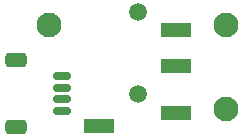
<source format=gbr>
%TF.GenerationSoftware,KiCad,Pcbnew,(6.0.5-0)*%
%TF.CreationDate,2022-07-05T23:04:03-07:00*%
%TF.ProjectId,trrs,74727273-2e6b-4696-9361-645f70636258,rev?*%
%TF.SameCoordinates,Original*%
%TF.FileFunction,Soldermask,Top*%
%TF.FilePolarity,Negative*%
%FSLAX46Y46*%
G04 Gerber Fmt 4.6, Leading zero omitted, Abs format (unit mm)*
G04 Created by KiCad (PCBNEW (6.0.5-0)) date 2022-07-05 23:04:03*
%MOMM*%
%LPD*%
G01*
G04 APERTURE LIST*
G04 Aperture macros list*
%AMRoundRect*
0 Rectangle with rounded corners*
0 $1 Rounding radius*
0 $2 $3 $4 $5 $6 $7 $8 $9 X,Y pos of 4 corners*
0 Add a 4 corners polygon primitive as box body*
4,1,4,$2,$3,$4,$5,$6,$7,$8,$9,$2,$3,0*
0 Add four circle primitives for the rounded corners*
1,1,$1+$1,$2,$3*
1,1,$1+$1,$4,$5*
1,1,$1+$1,$6,$7*
1,1,$1+$1,$8,$9*
0 Add four rect primitives between the rounded corners*
20,1,$1+$1,$2,$3,$4,$5,0*
20,1,$1+$1,$4,$5,$6,$7,0*
20,1,$1+$1,$6,$7,$8,$9,0*
20,1,$1+$1,$8,$9,$2,$3,0*%
G04 Aperture macros list end*
%ADD10RoundRect,0.150000X-0.625000X0.150000X-0.625000X-0.150000X0.625000X-0.150000X0.625000X0.150000X0*%
%ADD11RoundRect,0.250000X-0.650000X0.350000X-0.650000X-0.350000X0.650000X-0.350000X0.650000X0.350000X0*%
%ADD12C,2.100000*%
%ADD13C,1.500000*%
%ADD14R,2.500000X1.200000*%
G04 APERTURE END LIST*
D10*
%TO.C,J7*%
X93607000Y-50670000D03*
X93607000Y-51670000D03*
X93607000Y-52670000D03*
X93607000Y-53670000D03*
D11*
X89732000Y-54970000D03*
X89732000Y-49370000D03*
%TD*%
D12*
%TO.C,H3*%
X107500000Y-53500000D03*
%TD*%
%TO.C,H1*%
X92500000Y-46350000D03*
%TD*%
D13*
%TO.C,J5*%
X100000000Y-45225000D03*
X100000000Y-52225000D03*
D14*
X103250000Y-49825000D03*
X103250000Y-46825000D03*
X96750000Y-54925000D03*
X103250000Y-53825000D03*
%TD*%
D12*
%TO.C,H2*%
X107500000Y-46350000D03*
%TD*%
D13*
%TO.C,J6*%
X100000000Y-52225000D03*
X100000000Y-45225000D03*
%TD*%
M02*

</source>
